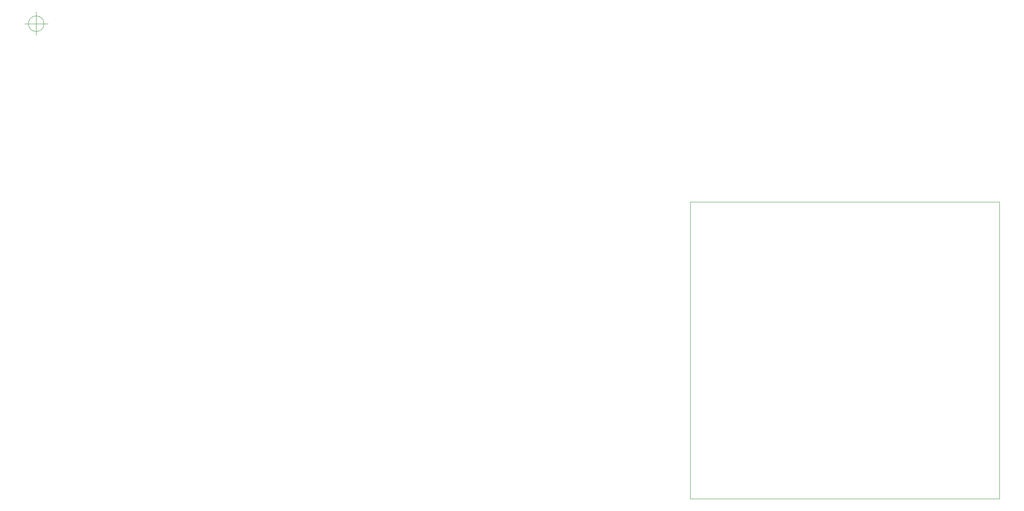
<source format=gbr>
%TF.GenerationSoftware,KiCad,Pcbnew,(5.1.9-0-10_14)*%
%TF.CreationDate,2021-04-06T21:39:04+02:00*%
%TF.ProjectId,Silviaduino,53696c76-6961-4647-9569-6e6f2e6b6963,rev?*%
%TF.SameCoordinates,Original*%
%TF.FileFunction,Profile,NP*%
%FSLAX46Y46*%
G04 Gerber Fmt 4.6, Leading zero omitted, Abs format (unit mm)*
G04 Created by KiCad (PCBNEW (5.1.9-0-10_14)) date 2021-04-06 21:39:04*
%MOMM*%
%LPD*%
G01*
G04 APERTURE LIST*
%TA.AperFunction,Profile*%
%ADD10C,0.050000*%
%TD*%
G04 APERTURE END LIST*
D10*
X218440000Y-114300000D02*
X152400000Y-114300000D01*
X218440000Y-50800000D02*
X218440000Y-114300000D01*
X152400000Y-50800000D02*
X218440000Y-50800000D01*
X152400000Y-114300000D02*
X152400000Y-50800000D01*
X14366666Y-12700000D02*
G75*
G03*
X14366666Y-12700000I-1666666J0D01*
G01*
X10200000Y-12700000D02*
X15200000Y-12700000D01*
X12700000Y-10200000D02*
X12700000Y-15200000D01*
M02*

</source>
